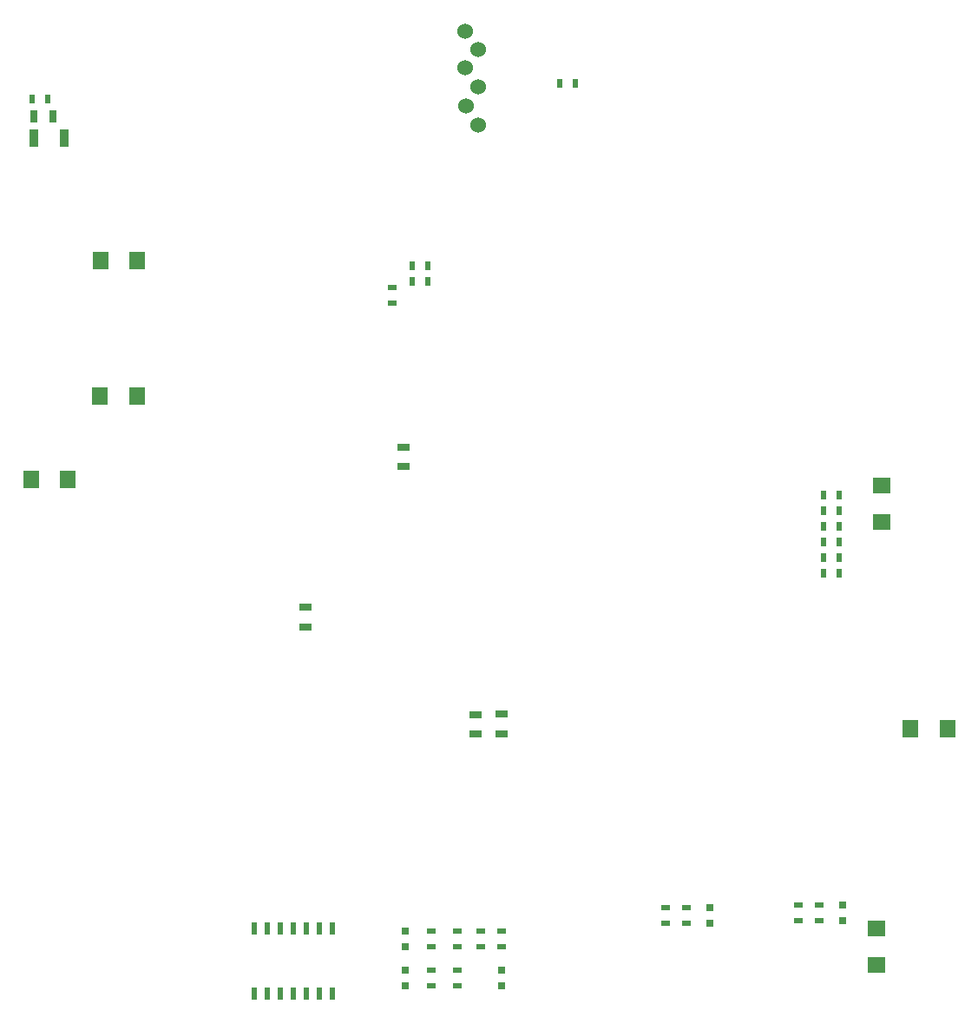
<source format=gbr>
%TF.GenerationSoftware,KiCad,Pcbnew,(5.1.6)-1*%
%TF.CreationDate,2020-11-08T21:19:26+11:00*%
%TF.ProjectId,mc13clk,6d633133-636c-46b2-9e6b-696361645f70,rev?*%
%TF.SameCoordinates,Original*%
%TF.FileFunction,Paste,Bot*%
%TF.FilePolarity,Positive*%
%FSLAX46Y46*%
G04 Gerber Fmt 4.6, Leading zero omitted, Abs format (unit mm)*
G04 Created by KiCad (PCBNEW (5.1.6)-1) date 2020-11-08 21:19:26*
%MOMM*%
%LPD*%
G01*
G04 APERTURE LIST*
%ADD10R,1.800000X1.500000*%
%ADD11C,1.524000*%
%ADD12R,1.300000X0.700000*%
%ADD13R,0.900000X1.700000*%
%ADD14R,0.500000X0.900000*%
%ADD15R,0.700000X1.300000*%
%ADD16R,0.900000X0.500000*%
%ADD17R,1.500000X1.800000*%
%ADD18R,0.750000X0.800000*%
%ADD19R,0.508000X1.143000*%
G04 APERTURE END LIST*
D10*
%TO.C,D1*%
X188214000Y-88900000D03*
X188214000Y-85300000D03*
%TD*%
D11*
%TO.C,Pin 6*%
X148844000Y-46482000D03*
%TD*%
D12*
%TO.C,0805*%
X132016500Y-99123500D03*
X132016500Y-97223500D03*
%TD*%
%TO.C,R2*%
X151130000Y-109535000D03*
X151130000Y-107635000D03*
%TD*%
%TO.C,R2*%
X148590000Y-109547000D03*
X148590000Y-107647000D03*
%TD*%
%TO.C,R2*%
X141605000Y-81588000D03*
X141605000Y-83488000D03*
%TD*%
D11*
%TO.C,Pin 8*%
X148907500Y-50165000D03*
%TD*%
%TO.C,Pin 7*%
X147701000Y-48323500D03*
%TD*%
%TO.C,Pin 1*%
X147574000Y-41084500D03*
%TD*%
D13*
%TO.C,1206*%
X105558000Y-51435000D03*
X108458000Y-51435000D03*
%TD*%
D14*
%TO.C,0603*%
X106870500Y-47625000D03*
X105370500Y-47625000D03*
%TD*%
D15*
%TO.C,0805*%
X105476000Y-49339500D03*
X107376000Y-49339500D03*
%TD*%
D16*
%TO.C,REF\u002A\u002A*%
X140462000Y-67552000D03*
X140462000Y-66052000D03*
%TD*%
D14*
%TO.C,REF\u002A\u002A*%
X142442500Y-63881000D03*
X143942500Y-63881000D03*
%TD*%
%TO.C,vcc access*%
X182574500Y-93916500D03*
X184074500Y-93916500D03*
%TD*%
%TO.C,vcc access*%
X184074500Y-90868500D03*
X182574500Y-90868500D03*
%TD*%
%TO.C,vcc access*%
X182574500Y-87820500D03*
X184074500Y-87820500D03*
%TD*%
%TO.C,REF\u002A\u002A*%
X182574500Y-92392500D03*
X184074500Y-92392500D03*
%TD*%
%TO.C,REF\u002A\u002A*%
X184074500Y-89344500D03*
X182574500Y-89344500D03*
%TD*%
%TO.C,REF\u002A\u002A*%
X182574500Y-86296500D03*
X184074500Y-86296500D03*
%TD*%
D17*
%TO.C,D1*%
X105239000Y-84772500D03*
X108839000Y-84772500D03*
%TD*%
%TO.C,D1*%
X194649500Y-109029500D03*
X191049500Y-109029500D03*
%TD*%
D11*
%TO.C,Pin 3 *%
X147637500Y-44640500D03*
%TD*%
%TO.C,Pin 2*%
X148844000Y-42862500D03*
%TD*%
D14*
%TO.C,REF\u002A\u002A*%
X143942500Y-65468500D03*
X142442500Y-65468500D03*
%TD*%
%TO.C,REF\u002A\u002A*%
X156857000Y-46101000D03*
X158357000Y-46101000D03*
%TD*%
D18*
%TO.C,REF\u002A\u002A*%
X184404000Y-127762000D03*
X184404000Y-126262000D03*
%TD*%
D16*
%TO.C,REF\u002A\u002A*%
X180086000Y-126238000D03*
X180086000Y-127738000D03*
%TD*%
%TO.C,REF\u002A\u002A*%
X182118000Y-127750000D03*
X182118000Y-126250000D03*
%TD*%
%TO.C,REF\u002A\u002A*%
X169164000Y-126504000D03*
X169164000Y-128004000D03*
%TD*%
D18*
%TO.C,REF\u002A\u002A*%
X171450000Y-126516000D03*
X171450000Y-128016000D03*
%TD*%
D16*
%TO.C,REF\u002A\u002A*%
X167132000Y-127992000D03*
X167132000Y-126492000D03*
%TD*%
D19*
%TO.C,U4*%
X134620000Y-134874000D03*
X133350000Y-134874000D03*
X132080000Y-134874000D03*
X130810000Y-134874000D03*
X129540000Y-134874000D03*
X128270000Y-134874000D03*
X127000000Y-134874000D03*
X127000000Y-128524000D03*
X128270000Y-128524000D03*
X130810000Y-128524000D03*
X132080000Y-128524000D03*
X133350000Y-128524000D03*
X134620000Y-128524000D03*
X129540000Y-128524000D03*
%TD*%
D16*
%TO.C,REF\u002A\u002A*%
X151130000Y-128778000D03*
X151130000Y-130278000D03*
%TD*%
%TO.C,REF\u002A\u002A*%
X149098000Y-130290000D03*
X149098000Y-128790000D03*
%TD*%
D18*
%TO.C,REF\u002A\u002A*%
X151130000Y-134088000D03*
X151130000Y-132588000D03*
%TD*%
%TO.C,REF\u002A\u002A*%
X141732000Y-130302000D03*
X141732000Y-128802000D03*
%TD*%
%TO.C,REF\u002A\u002A*%
X141732000Y-134088000D03*
X141732000Y-132588000D03*
%TD*%
D16*
%TO.C,REF\u002A\u002A*%
X144272000Y-132600000D03*
X144272000Y-134100000D03*
%TD*%
%TO.C,REF\u002A\u002A*%
X144272000Y-128790000D03*
X144272000Y-130290000D03*
%TD*%
%TO.C,REF\u002A\u002A*%
X146812000Y-130302000D03*
X146812000Y-128802000D03*
%TD*%
%TO.C,REF\u002A\u002A*%
X146812000Y-134100000D03*
X146812000Y-132600000D03*
%TD*%
D10*
%TO.C,FUSE*%
X187706000Y-128480000D03*
X187706000Y-132080000D03*
%TD*%
D17*
%TO.C,D2*%
X112014000Y-63373000D03*
X115614000Y-63373000D03*
%TD*%
%TO.C,D1*%
X115570000Y-76581000D03*
X111970000Y-76581000D03*
%TD*%
M02*

</source>
